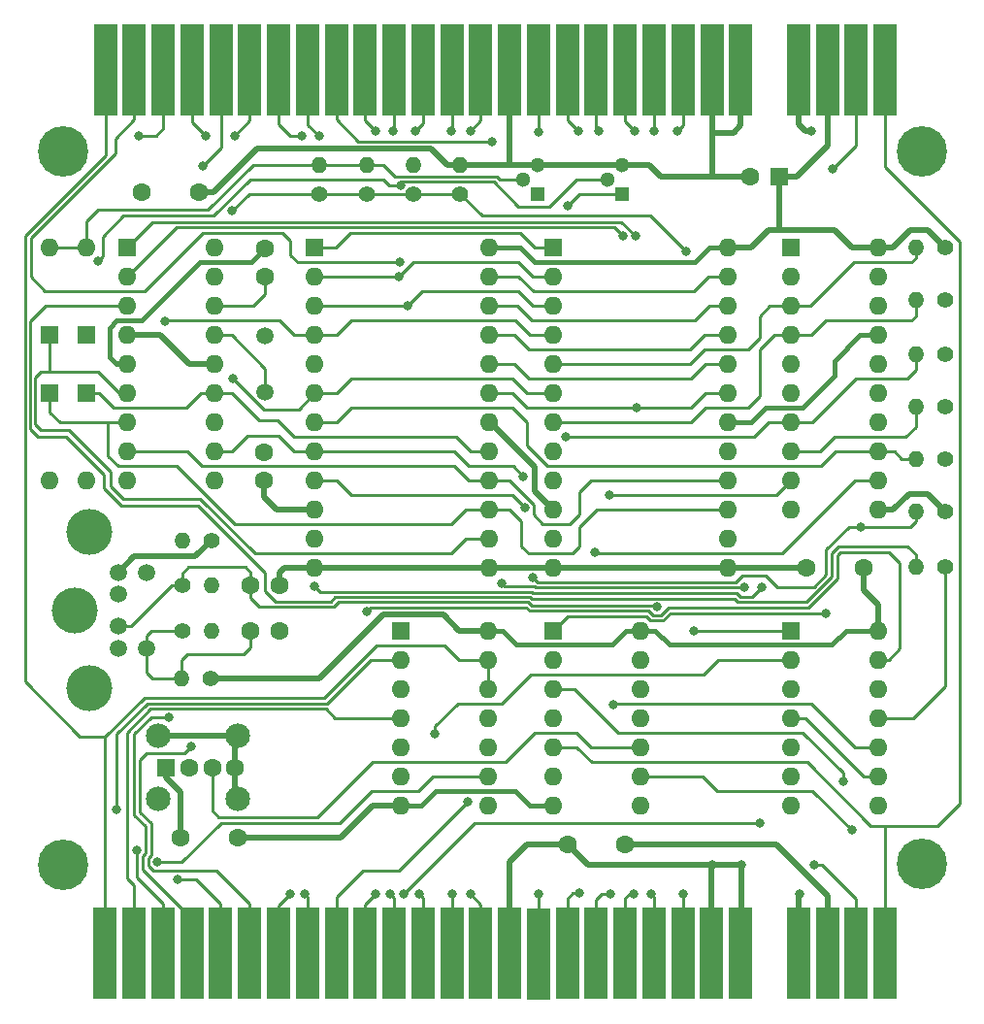
<source format=gbl>
G04 #@! TF.GenerationSoftware,KiCad,Pcbnew,(5.1.6)-1*
G04 #@! TF.CreationDate,2021-02-12T18:18:09+01:00*
G04 #@! TF.ProjectId,keyface-external,6b657966-6163-4652-9d65-787465726e61,rev?*
G04 #@! TF.SameCoordinates,Original*
G04 #@! TF.FileFunction,Copper,L2,Bot*
G04 #@! TF.FilePolarity,Positive*
%FSLAX46Y46*%
G04 Gerber Fmt 4.6, Leading zero omitted, Abs format (unit mm)*
G04 Created by KiCad (PCBNEW (5.1.6)-1) date 2021-02-12 18:18:09*
%MOMM*%
%LPD*%
G01*
G04 APERTURE LIST*
G04 #@! TA.AperFunction,ComponentPad*
%ADD10C,4.000000*%
G04 #@! TD*
G04 #@! TA.AperFunction,ComponentPad*
%ADD11C,1.500000*%
G04 #@! TD*
G04 #@! TA.AperFunction,ComponentPad*
%ADD12O,1.600000X1.600000*%
G04 #@! TD*
G04 #@! TA.AperFunction,ComponentPad*
%ADD13R,1.600000X1.600000*%
G04 #@! TD*
G04 #@! TA.AperFunction,ComponentPad*
%ADD14C,0.700000*%
G04 #@! TD*
G04 #@! TA.AperFunction,ComponentPad*
%ADD15C,4.400000*%
G04 #@! TD*
G04 #@! TA.AperFunction,ComponentPad*
%ADD16C,1.600000*%
G04 #@! TD*
G04 #@! TA.AperFunction,ComponentPad*
%ADD17C,1.400000*%
G04 #@! TD*
G04 #@! TA.AperFunction,ComponentPad*
%ADD18O,1.400000X1.400000*%
G04 #@! TD*
G04 #@! TA.AperFunction,ComponentPad*
%ADD19R,1.300000X1.300000*%
G04 #@! TD*
G04 #@! TA.AperFunction,ComponentPad*
%ADD20C,1.300000*%
G04 #@! TD*
G04 #@! TA.AperFunction,SMDPad,CuDef*
%ADD21R,2.000000X8.000000*%
G04 #@! TD*
G04 #@! TA.AperFunction,ComponentPad*
%ADD22C,2.150000*%
G04 #@! TD*
G04 #@! TA.AperFunction,ViaPad*
%ADD23C,0.800000*%
G04 #@! TD*
G04 #@! TA.AperFunction,Conductor*
%ADD24C,0.500000*%
G04 #@! TD*
G04 #@! TA.AperFunction,Conductor*
%ADD25C,0.400000*%
G04 #@! TD*
G04 #@! TA.AperFunction,Conductor*
%ADD26C,0.250000*%
G04 #@! TD*
G04 APERTURE END LIST*
D10*
X105204000Y-92892000D03*
X103896000Y-99692000D03*
X105204000Y-106492000D03*
D11*
X107696000Y-98298000D03*
X110185200Y-96392000D03*
X107696000Y-96392000D03*
X110185200Y-102997000D03*
X107696000Y-102997000D03*
X107696000Y-101092000D03*
D12*
X101727000Y-68072000D03*
D13*
X101727000Y-75692000D03*
D14*
X104036726Y-58523274D03*
X102870000Y-58040000D03*
X101703274Y-58523274D03*
X101220000Y-59690000D03*
X101703274Y-60856726D03*
X102870000Y-61340000D03*
X104036726Y-60856726D03*
X104520000Y-59690000D03*
D15*
X102870000Y-59690000D03*
D14*
X178966726Y-58523274D03*
X177800000Y-58040000D03*
X176633274Y-58523274D03*
X176150000Y-59690000D03*
X176633274Y-60856726D03*
X177800000Y-61340000D03*
X178966726Y-60856726D03*
X179450000Y-59690000D03*
D15*
X177800000Y-59690000D03*
D14*
X178966726Y-120626274D03*
X177800000Y-120143000D03*
X176633274Y-120626274D03*
X176150000Y-121793000D03*
X176633274Y-122959726D03*
X177800000Y-123443000D03*
X178966726Y-122959726D03*
X179450000Y-121793000D03*
D15*
X177800000Y-121793000D03*
D14*
X104036726Y-120753274D03*
X102870000Y-120270000D03*
X101703274Y-120753274D03*
X101220000Y-121920000D03*
X101703274Y-123086726D03*
X102870000Y-123570000D03*
X104036726Y-123086726D03*
X104520000Y-121920000D03*
D15*
X102870000Y-121920000D03*
D13*
X165354000Y-61849000D03*
D16*
X162854000Y-61849000D03*
X121753000Y-97536000D03*
X119253000Y-97536000D03*
X119253000Y-101473000D03*
X121753000Y-101473000D03*
X167720000Y-96012000D03*
X172720000Y-96012000D03*
X109728000Y-63246000D03*
X114728000Y-63246000D03*
X120523000Y-70612000D03*
X120523000Y-68112000D03*
X120396000Y-88392000D03*
X120396000Y-85892000D03*
D13*
X108458000Y-68072000D03*
D12*
X116078000Y-88392000D03*
X108458000Y-70612000D03*
X116078000Y-85852000D03*
X108458000Y-73152000D03*
X116078000Y-83312000D03*
X108458000Y-75692000D03*
X116078000Y-80772000D03*
X108458000Y-78232000D03*
X116078000Y-78232000D03*
X108458000Y-80772000D03*
X116078000Y-75692000D03*
X108458000Y-83312000D03*
X116078000Y-73152000D03*
X108458000Y-85852000D03*
X116078000Y-70612000D03*
X108458000Y-88392000D03*
X116078000Y-68072000D03*
X160909000Y-68072000D03*
X145669000Y-96012000D03*
X160909000Y-70612000D03*
X145669000Y-93472000D03*
X160909000Y-73152000D03*
X145669000Y-90932000D03*
X160909000Y-75692000D03*
X145669000Y-88392000D03*
X160909000Y-78232000D03*
X145669000Y-85852000D03*
X160909000Y-80772000D03*
X145669000Y-83312000D03*
X160909000Y-83312000D03*
X145669000Y-80772000D03*
X160909000Y-85852000D03*
X145669000Y-78232000D03*
X160909000Y-88392000D03*
X145669000Y-75692000D03*
X160909000Y-90932000D03*
X145669000Y-73152000D03*
X160909000Y-93472000D03*
X145669000Y-70612000D03*
X160909000Y-96012000D03*
D13*
X145669000Y-68072000D03*
X124841000Y-68072000D03*
D12*
X140081000Y-96012000D03*
X124841000Y-70612000D03*
X140081000Y-93472000D03*
X124841000Y-73152000D03*
X140081000Y-90932000D03*
X124841000Y-75692000D03*
X140081000Y-88392000D03*
X124841000Y-78232000D03*
X140081000Y-85852000D03*
X124841000Y-80772000D03*
X140081000Y-83312000D03*
X124841000Y-83312000D03*
X140081000Y-80772000D03*
X124841000Y-85852000D03*
X140081000Y-78232000D03*
X124841000Y-88392000D03*
X140081000Y-75692000D03*
X124841000Y-90932000D03*
X140081000Y-73152000D03*
X124841000Y-93472000D03*
X140081000Y-70612000D03*
X124841000Y-96012000D03*
X140081000Y-68072000D03*
D13*
X166388000Y-68107600D03*
D12*
X174008000Y-90967600D03*
X166388000Y-70647600D03*
X174008000Y-88427600D03*
X166388000Y-73187600D03*
X174008000Y-85887600D03*
X166388000Y-75727600D03*
X174008000Y-83347600D03*
X166388000Y-78267600D03*
X174008000Y-80807600D03*
X166388000Y-80807600D03*
X174008000Y-78267600D03*
X166388000Y-83347600D03*
X174008000Y-75727600D03*
X166388000Y-85887600D03*
X174008000Y-73187600D03*
X166388000Y-88427600D03*
X174008000Y-70647600D03*
X166388000Y-90967600D03*
X174008000Y-68107600D03*
D13*
X132334000Y-101473000D03*
D12*
X139954000Y-116713000D03*
X132334000Y-104013000D03*
X139954000Y-114173000D03*
X132334000Y-106553000D03*
X139954000Y-111633000D03*
X132334000Y-109093000D03*
X139954000Y-109093000D03*
X132334000Y-111633000D03*
X139954000Y-106553000D03*
X132334000Y-114173000D03*
X139954000Y-104013000D03*
X132334000Y-116713000D03*
X139954000Y-101473000D03*
X153289000Y-101473000D03*
X145669000Y-116713000D03*
X153289000Y-104013000D03*
X145669000Y-114173000D03*
X153289000Y-106553000D03*
X145669000Y-111633000D03*
X153289000Y-109093000D03*
X145669000Y-109093000D03*
X153289000Y-111633000D03*
X145669000Y-106553000D03*
X153289000Y-114173000D03*
X145669000Y-104013000D03*
X153289000Y-116713000D03*
D13*
X145669000Y-101473000D03*
X166370000Y-101473000D03*
D12*
X173990000Y-116713000D03*
X166370000Y-104013000D03*
X173990000Y-114173000D03*
X166370000Y-106553000D03*
X173990000Y-111633000D03*
X166370000Y-109093000D03*
X173990000Y-109093000D03*
X166370000Y-111633000D03*
X173990000Y-106553000D03*
X166370000Y-114173000D03*
X173990000Y-104013000D03*
X166370000Y-116713000D03*
X173990000Y-101473000D03*
D11*
X120523000Y-80645000D03*
X120523000Y-75765000D03*
D17*
X113284000Y-101473000D03*
D18*
X115824000Y-101473000D03*
X115824000Y-97536000D03*
D17*
X113284000Y-97536000D03*
X179832000Y-95885000D03*
D18*
X177292000Y-95885000D03*
D17*
X125222000Y-63373000D03*
D18*
X125222000Y-60833000D03*
X129413000Y-60833000D03*
D17*
X129413000Y-63373000D03*
D18*
X133477000Y-60833000D03*
D17*
X133477000Y-63373000D03*
X137541000Y-63373000D03*
D18*
X137541000Y-60833000D03*
X177292000Y-68072000D03*
D17*
X179832000Y-68072000D03*
X179832000Y-72644000D03*
D18*
X177292000Y-72644000D03*
X177292000Y-77343000D03*
D17*
X179832000Y-77343000D03*
X179832000Y-81915000D03*
D18*
X177292000Y-81915000D03*
X177292000Y-86487000D03*
D17*
X179832000Y-86487000D03*
X179832000Y-91059000D03*
D18*
X177292000Y-91059000D03*
D17*
X115824000Y-93599000D03*
D18*
X113284000Y-93599000D03*
X113182400Y-105664000D03*
D17*
X115722400Y-105664000D03*
D19*
X144272000Y-63373000D03*
D20*
X144272000Y-60833000D03*
X143002000Y-62103000D03*
X150368000Y-62103000D03*
X151638000Y-60833000D03*
D19*
X151638000Y-63373000D03*
D21*
X174613000Y-52578000D03*
X172093000Y-52578000D03*
X169573000Y-52578000D03*
X167053000Y-52578000D03*
X162013000Y-52578000D03*
X159493000Y-52578000D03*
X156973000Y-52578000D03*
X154453000Y-52578000D03*
X151933000Y-52578000D03*
X149413000Y-52578000D03*
X146893000Y-52578000D03*
X144373000Y-52598000D03*
X141853000Y-52578000D03*
X139333000Y-52578000D03*
X136813000Y-52578000D03*
X134293000Y-52578000D03*
X131773000Y-52578000D03*
X129253000Y-52578000D03*
X126733000Y-52578000D03*
X124213000Y-52578000D03*
X121693000Y-52578000D03*
X119173000Y-52578000D03*
X116653000Y-52578000D03*
X114133000Y-52578000D03*
X111613000Y-52578000D03*
X109093000Y-52578000D03*
X106573000Y-52578000D03*
X174606000Y-129654000D03*
X172086000Y-129654000D03*
X169566000Y-129654000D03*
X167046000Y-129654000D03*
X162006000Y-129654000D03*
X159486000Y-129654000D03*
X156966000Y-129654000D03*
X154446000Y-129654000D03*
X151926000Y-129654000D03*
X149406000Y-129654000D03*
X146886000Y-129654000D03*
X144366000Y-129674000D03*
X141846000Y-129654000D03*
X139326000Y-129654000D03*
X136806000Y-129654000D03*
X134286000Y-129654000D03*
X131766000Y-129654000D03*
X129246000Y-129654000D03*
X126726000Y-129654000D03*
X124206000Y-129654000D03*
X121686000Y-129654000D03*
X119166000Y-129654000D03*
X116646000Y-129654000D03*
X114126000Y-129654000D03*
X111606000Y-129654000D03*
X109086000Y-129654000D03*
X106566000Y-129654000D03*
D16*
X117887000Y-113411000D03*
X115887000Y-113411000D03*
X113887000Y-113411000D03*
D13*
X111887000Y-113411000D03*
D22*
X111157000Y-116131000D03*
X118157000Y-116131000D03*
X118157000Y-110691000D03*
X111157000Y-110691000D03*
D12*
X104902000Y-68072000D03*
D13*
X104902000Y-75692000D03*
X104902000Y-80772000D03*
D12*
X104902000Y-88392000D03*
D13*
X101727000Y-80772000D03*
D12*
X101727000Y-88392000D03*
D16*
X151892000Y-120142000D03*
X146892000Y-120142000D03*
X118157000Y-119507000D03*
X113157000Y-119507000D03*
D23*
X162052000Y-121920000D03*
X159511996Y-121920000D03*
X154686000Y-99404010D03*
X132329400Y-62633900D03*
X105954990Y-69232000D03*
X141124500Y-97342500D03*
X162306000Y-97662998D03*
X152806398Y-67056002D03*
X117729000Y-79502000D03*
X151753410Y-67090262D03*
X143028510Y-88010996D03*
X157231700Y-68414500D03*
X117660400Y-64852900D03*
X111760000Y-74509600D03*
X146726100Y-84582000D03*
X152951400Y-82042000D03*
X132969000Y-73152000D03*
X132206999Y-70612000D03*
X124825700Y-97588400D03*
X163830000Y-97663000D03*
X143207100Y-90790500D03*
X143872400Y-96873500D03*
X172466000Y-92456000D03*
X149301200Y-94691200D03*
X150520400Y-89662000D03*
X107569000Y-117094000D03*
X111080200Y-121677700D03*
X132297011Y-69377000D03*
X170967400Y-114630200D03*
X171704000Y-118872000D03*
X169994600Y-61242800D03*
X169418000Y-99949000D03*
X168452800Y-121920000D03*
X154178000Y-124460004D03*
X154432000Y-57912000D03*
X157937202Y-101498400D03*
X135354389Y-110476900D03*
X149606000Y-57912000D03*
X150622000Y-124433802D03*
X150911854Y-107929400D03*
X132587992Y-124459992D03*
X163703000Y-118237000D03*
X129413000Y-99822000D03*
X140335000Y-58801004D03*
X138193300Y-116378200D03*
X146930815Y-64397189D03*
X168148000Y-57912000D03*
X167132006Y-124460000D03*
X156464000Y-57912000D03*
X156972000Y-124460001D03*
X152781000Y-57911994D03*
X152653998Y-124460000D03*
X147828006Y-57912000D03*
X147929598Y-124409200D03*
X144399900Y-57960900D03*
X144399000Y-124460000D03*
X138430000Y-57912000D03*
X138430000Y-124460004D03*
X136779000Y-57912014D03*
X136804400Y-124485400D03*
X133634900Y-57912004D03*
X133985000Y-124460000D03*
X131440340Y-124455340D03*
X131699000Y-57907800D03*
X130175000Y-124460000D03*
X130175000Y-57911996D03*
X125202790Y-58351600D03*
X123952000Y-124460000D03*
X123698002Y-58292998D03*
X122682000Y-124460006D03*
X114036000Y-111599100D03*
X117856000Y-58293000D03*
X112880700Y-123212296D03*
X115062000Y-60960000D03*
X115316000Y-58293000D03*
X112141000Y-109021400D03*
X109329500Y-120621400D03*
X109474000Y-58293002D03*
D24*
X152663900Y-101473000D02*
X153289000Y-101473000D01*
D25*
X152663900Y-101473000D02*
X152038700Y-101473000D01*
X139954000Y-101473000D02*
X141204300Y-101473000D01*
X152038700Y-101473000D02*
X150788300Y-102723400D01*
X150788300Y-102723400D02*
X142454700Y-102723400D01*
X142454700Y-102723400D02*
X141204300Y-101473000D01*
D24*
X175258300Y-68107600D02*
X174008000Y-68107600D01*
X176817900Y-66548000D02*
X175258300Y-68107600D01*
X179832000Y-68072000D02*
X178308000Y-66548000D01*
X178308000Y-66548000D02*
X176817900Y-66548000D01*
X171739600Y-68107600D02*
X174008000Y-68107600D01*
X170180000Y-66548000D02*
X171739600Y-68107600D01*
X160909000Y-68072000D02*
X162941000Y-68072000D01*
X162941000Y-68072000D02*
X164465000Y-66548000D01*
X165354000Y-61849000D02*
X165354000Y-66548000D01*
X164465000Y-66548000D02*
X165354000Y-66548000D01*
X165354000Y-66548000D02*
X170180000Y-66548000D01*
X165354000Y-61849000D02*
X166878000Y-61849000D01*
X169573000Y-59154000D02*
X169573000Y-52578000D01*
X166878000Y-61849000D02*
X169573000Y-59154000D01*
X113865350Y-78232000D02*
X116078000Y-78232000D01*
X108458000Y-75692000D02*
X111325350Y-75692000D01*
X111325350Y-75692000D02*
X113865350Y-78232000D01*
X176690900Y-89535000D02*
X178308000Y-89535000D01*
X174008000Y-90967600D02*
X175258300Y-90967600D01*
X178308000Y-89535000D02*
X179832000Y-91059000D01*
X175258300Y-90967600D02*
X176690900Y-89535000D01*
X172720000Y-95885000D02*
X172720000Y-97917000D01*
X173990000Y-99187000D02*
X173990000Y-101473000D01*
X172720000Y-97917000D02*
X173990000Y-99187000D01*
D25*
X172928100Y-101473000D02*
X173990000Y-101473000D01*
X153289000Y-101473000D02*
X154539300Y-101473000D01*
X154539300Y-101473000D02*
X155789700Y-102723400D01*
X155789700Y-102723400D02*
X169945600Y-102723400D01*
X169945600Y-102723400D02*
X171196000Y-101473000D01*
X171196000Y-101473000D02*
X172928100Y-101473000D01*
D24*
X169566000Y-124608000D02*
X169566000Y-129654000D01*
X151892000Y-120142000D02*
X165100000Y-120142000D01*
X165100000Y-120142000D02*
X169566000Y-124608000D01*
X114427000Y-94996000D02*
X115824000Y-93599000D01*
X107696000Y-96392000D02*
X109092000Y-94996000D01*
X109092000Y-94996000D02*
X114427000Y-94996000D01*
X111887000Y-114300000D02*
X111887000Y-113411000D01*
X113157000Y-119507000D02*
X113157000Y-115570000D01*
X113157000Y-115570000D02*
X111887000Y-114300000D01*
D25*
X142748000Y-68072000D02*
X140081000Y-68072000D01*
X143998400Y-69322400D02*
X142748000Y-68072000D01*
X158033000Y-69322400D02*
X143998400Y-69322400D01*
X160909000Y-68072000D02*
X159283400Y-68072000D01*
X159283400Y-68072000D02*
X158033000Y-69322400D01*
D24*
X137464800Y-101473000D02*
X139954000Y-101473000D01*
X136067800Y-100076000D02*
X137464800Y-101473000D01*
X130843400Y-100076000D02*
X136067800Y-100076000D01*
X115951000Y-105664000D02*
X125255400Y-105664000D01*
X125255400Y-105664000D02*
X130843400Y-100076000D01*
X159658700Y-96012000D02*
X146919300Y-96012000D01*
X145669000Y-96012000D02*
X146919300Y-96012000D01*
X117887000Y-110961000D02*
X117617000Y-110691000D01*
X117617000Y-110691000D02*
X111157000Y-110691000D01*
X140081000Y-96012000D02*
X145669000Y-96012000D01*
X160909000Y-96012000D02*
X159658700Y-96012000D01*
X117887000Y-110961000D02*
X118157000Y-110691000D01*
X117887000Y-113411000D02*
X117887000Y-110961000D01*
X138830700Y-96012000D02*
X126091300Y-96012000D01*
X124841000Y-96012000D02*
X126091300Y-96012000D01*
X140081000Y-96012000D02*
X138830700Y-96012000D01*
X159493000Y-61703000D02*
X159639000Y-61849000D01*
X156591000Y-61849000D02*
X159639000Y-61849000D01*
X159639000Y-61849000D02*
X162854000Y-61849000D01*
X159493000Y-58058000D02*
X161398000Y-58058000D01*
X159493000Y-58058000D02*
X159493000Y-61703000D01*
X159493000Y-52578000D02*
X159493000Y-58058000D01*
X162013000Y-57443000D02*
X162013000Y-52578000D01*
X161398000Y-58058000D02*
X162013000Y-57443000D01*
X136390700Y-60833000D02*
X137541000Y-60833000D01*
X119861800Y-59436000D02*
X134993700Y-59436000D01*
X114728000Y-63246000D02*
X116051800Y-63246000D01*
X134993700Y-59436000D02*
X136390700Y-60833000D01*
X116051800Y-63246000D02*
X119861800Y-59436000D01*
X137541000Y-60833000D02*
X140335000Y-60833000D01*
X141853000Y-52578000D02*
X141853000Y-60827000D01*
X141853000Y-60827000D02*
X141859000Y-60833000D01*
X140335000Y-60833000D02*
X141859000Y-60833000D01*
X141859000Y-60833000D02*
X144272000Y-60833000D01*
X144272000Y-60833000D02*
X151638000Y-60833000D01*
X151638000Y-60833000D02*
X154051000Y-60833000D01*
X155067000Y-61849000D02*
X156591000Y-61849000D01*
X154051000Y-60833000D02*
X155067000Y-61849000D01*
D25*
X120523000Y-68112000D02*
X119293000Y-69342000D01*
X106934000Y-77597000D02*
X107569000Y-78232000D01*
X106934000Y-75057000D02*
X106934000Y-77597000D01*
X114808000Y-69342000D02*
X109728000Y-74422000D01*
X119293000Y-69342000D02*
X114808000Y-69342000D01*
X109728000Y-74422000D02*
X107569000Y-74422000D01*
D24*
X107569000Y-78232000D02*
X108458000Y-78232000D01*
D25*
X107569000Y-74422000D02*
X106934000Y-75057000D01*
D24*
X120396000Y-89789000D02*
X120396000Y-88392000D01*
X124841000Y-90932000D02*
X121539000Y-90932000D01*
X121539000Y-90932000D02*
X120396000Y-89789000D01*
X140107100Y-83312000D02*
X140081000Y-83312000D01*
X144018000Y-87222900D02*
X140107100Y-83312000D01*
X145669000Y-90932000D02*
X144018000Y-89281000D01*
X144018000Y-89281000D02*
X144018000Y-87222900D01*
X160909000Y-96012000D02*
X167720000Y-96012000D01*
X162052000Y-129608000D02*
X162006000Y-129654000D01*
X162052000Y-121920000D02*
X162052000Y-129608000D01*
X146892000Y-120142000D02*
X148670000Y-121920000D01*
X162052000Y-121920000D02*
X159511996Y-121920000D01*
X148670000Y-121920000D02*
X159511996Y-121920000D01*
X159486000Y-121945996D02*
X159511996Y-121920000D01*
X159486000Y-129654000D02*
X159486000Y-121945996D01*
X141846000Y-121679000D02*
X141846000Y-129654000D01*
X146892000Y-120142000D02*
X143383000Y-120142000D01*
X143383000Y-120142000D02*
X141846000Y-121679000D01*
X145043900Y-116713000D02*
X145669000Y-116713000D01*
D25*
X134112000Y-116713000D02*
X135382000Y-115443000D01*
X132334000Y-116713000D02*
X134112000Y-116713000D01*
X143583350Y-116713000D02*
X145043900Y-116713000D01*
X135382000Y-115443000D02*
X142313350Y-115443000D01*
X142313350Y-115443000D02*
X143583350Y-116713000D01*
D24*
X118157000Y-119507000D02*
X127127000Y-119507000D01*
X129921000Y-116713000D02*
X132334000Y-116713000D01*
X127127000Y-119507000D02*
X129921000Y-116713000D01*
X122174000Y-96012000D02*
X124841000Y-96012000D01*
X121753000Y-97536000D02*
X121753000Y-96433000D01*
X121753000Y-96433000D02*
X122174000Y-96012000D01*
X117887000Y-115861000D02*
X118157000Y-116131000D01*
X117887000Y-113411000D02*
X117887000Y-115861000D01*
D25*
X172430400Y-75727600D02*
X174008000Y-75727600D01*
X170180000Y-77978000D02*
X172430400Y-75727600D01*
X162941000Y-83312000D02*
X164191300Y-82061700D01*
X170180000Y-79248000D02*
X170180000Y-77978000D01*
X160909000Y-83312000D02*
X162941000Y-83312000D01*
X164191300Y-82061700D02*
X167366300Y-82061700D01*
X167366300Y-82061700D02*
X170180000Y-79248000D01*
D26*
X154595990Y-99314000D02*
X154686000Y-99404010D01*
X143767256Y-99314000D02*
X154595990Y-99314000D01*
X143444245Y-98990989D02*
X143767256Y-99314000D01*
X119253000Y-97536000D02*
X119253000Y-98653600D01*
X119982411Y-99383011D02*
X126549989Y-99383011D01*
X119253000Y-98653600D02*
X119982411Y-99383011D01*
X126549989Y-99383011D02*
X126942011Y-98990989D01*
X126942011Y-98990989D02*
X143444245Y-98990989D01*
X119253000Y-96443800D02*
X119253000Y-97536000D01*
X118770400Y-95961200D02*
X119253000Y-96443800D01*
X113284000Y-97536000D02*
X113284000Y-96494600D01*
X113817400Y-95961200D02*
X118770400Y-95961200D01*
X113284000Y-96494600D02*
X113817400Y-95961200D01*
X112344200Y-97536000D02*
X113284000Y-97536000D01*
X107696000Y-101092000D02*
X108788200Y-101092000D01*
X108788200Y-101092000D02*
X112344200Y-97536000D01*
X110185200Y-102997000D02*
X110185200Y-101904800D01*
X110617000Y-101473000D02*
X113284000Y-101473000D01*
X110185200Y-101904800D02*
X110617000Y-101473000D01*
X148971000Y-111633000D02*
X153289000Y-111633000D01*
X147701000Y-110363000D02*
X148971000Y-111633000D01*
X144066200Y-110363000D02*
X147701000Y-110363000D01*
X141526200Y-112903000D02*
X144066200Y-110363000D01*
X115887000Y-117157000D02*
X116459000Y-117729000D01*
X129921000Y-112903000D02*
X141526200Y-112903000D01*
X116459000Y-117729000D02*
X125095000Y-117729000D01*
X115887000Y-113411000D02*
X115887000Y-117157000D01*
X125095000Y-117729000D02*
X129921000Y-112903000D01*
X113182400Y-105664000D02*
X113182400Y-104063800D01*
X113182400Y-104063800D02*
X113690400Y-103555800D01*
X113690400Y-103555800D02*
X118668800Y-103555800D01*
X119253000Y-102971600D02*
X119253000Y-101473000D01*
X118668800Y-103555800D02*
X119253000Y-102971600D01*
X110693200Y-105664000D02*
X113182400Y-105664000D01*
X110185200Y-102997000D02*
X110185200Y-105156000D01*
X110185200Y-105156000D02*
X110693200Y-105664000D01*
X120523000Y-72136000D02*
X120523000Y-70612000D01*
X116078000Y-73152000D02*
X119507000Y-73152000D01*
X119507000Y-73152000D02*
X120523000Y-72136000D01*
X117602000Y-75692000D02*
X116078000Y-75692000D01*
X120523000Y-80645000D02*
X120523000Y-78613000D01*
X120523000Y-78613000D02*
X117602000Y-75692000D01*
X129413000Y-60833000D02*
X125222000Y-60833000D01*
X104902000Y-68072000D02*
X101727000Y-68072000D01*
X143002000Y-61849000D02*
X142956100Y-61894900D01*
X105918000Y-64770000D02*
X104902000Y-65786000D01*
X115534600Y-64770000D02*
X105918000Y-64770000D01*
X125222000Y-60833000D02*
X119471600Y-60833000D01*
X104902000Y-65786000D02*
X104902000Y-68072000D01*
X119471600Y-60833000D02*
X115534600Y-64770000D01*
X140761900Y-61894900D02*
X140970000Y-62103000D01*
X131871900Y-61894900D02*
X140761900Y-61894900D01*
X129413000Y-60833000D02*
X130810000Y-60833000D01*
X140970000Y-62103000D02*
X143002000Y-62103000D01*
X130810000Y-60833000D02*
X131871900Y-61894900D01*
X114952700Y-80772000D02*
X116078000Y-80772000D01*
X107297300Y-82042000D02*
X113682700Y-82042000D01*
X104902000Y-80772000D02*
X106027300Y-80772000D01*
X113682700Y-82042000D02*
X114952700Y-80772000D01*
X106027300Y-80772000D02*
X107297300Y-82042000D01*
X117602000Y-80772000D02*
X116078000Y-80772000D01*
X119990300Y-83160300D02*
X117602000Y-80772000D01*
X138430000Y-85852000D02*
X137160000Y-84582000D01*
X137160000Y-84582000D02*
X123063000Y-84582000D01*
X121641300Y-83160300D02*
X119990300Y-83160300D01*
X140081000Y-85852000D02*
X138430000Y-85852000D01*
X123063000Y-84582000D02*
X121641300Y-83160300D01*
X147701000Y-62103000D02*
X150368000Y-62103000D01*
X132329400Y-62345300D02*
X140450300Y-62345300D01*
X145288000Y-64516000D02*
X147701000Y-62103000D01*
X132329400Y-62633900D02*
X132329400Y-62345300D01*
X142621000Y-64516000D02*
X145288000Y-64516000D01*
X140450300Y-62345300D02*
X142621000Y-64516000D01*
X106354989Y-68832001D02*
X105954990Y-69232000D01*
X131340900Y-62633900D02*
X130810000Y-62103000D01*
X115992400Y-65314300D02*
X108167700Y-65314300D01*
X132329400Y-62633900D02*
X131340900Y-62633900D01*
X119203700Y-62103000D02*
X115992400Y-65314300D01*
X106354989Y-67127011D02*
X106354989Y-68832001D01*
X108167700Y-65314300D02*
X106354989Y-67127011D01*
X130810000Y-62103000D02*
X119203700Y-62103000D01*
X107823000Y-80772000D02*
X108458000Y-80772000D01*
X100457000Y-79375000D02*
X100965000Y-78867000D01*
X105918000Y-78867000D02*
X107823000Y-80772000D01*
X101727000Y-75692000D02*
X101727000Y-78867000D01*
X100965000Y-78867000D02*
X101727000Y-78867000D01*
X101727000Y-78867000D02*
X105918000Y-78867000D01*
X100457000Y-81994500D02*
X100457000Y-81915000D01*
X100457000Y-81915000D02*
X100457000Y-79375000D01*
X141124500Y-97342500D02*
X141422956Y-97640956D01*
X141422956Y-97640956D02*
X144003445Y-97640956D01*
X162236987Y-97732011D02*
X162306000Y-97662998D01*
X144094500Y-97732011D02*
X162236987Y-97732011D01*
X144003445Y-97640956D02*
X144094500Y-97732011D01*
X136779000Y-94742000D02*
X138049000Y-93472000D01*
X108137100Y-89976100D02*
X114868100Y-89976100D01*
X114868100Y-89976100D02*
X119634000Y-94742000D01*
X107061000Y-88900000D02*
X108137100Y-89976100D01*
X100457000Y-83439000D02*
X100965000Y-83947000D01*
X138049000Y-93472000D02*
X140081000Y-93472000D01*
X119634000Y-94742000D02*
X136779000Y-94742000D01*
X100965000Y-83947000D02*
X103378000Y-83947000D01*
X100457000Y-81915000D02*
X100457000Y-83439000D01*
X103378000Y-83947000D02*
X107061000Y-87630000D01*
X107061000Y-87630000D02*
X107061000Y-88900000D01*
X101727000Y-80772000D02*
X101727000Y-82423000D01*
X101727000Y-82423000D02*
X102616000Y-83312000D01*
X102616000Y-83312000D02*
X106807000Y-83312000D01*
X106807000Y-83312000D02*
X108458000Y-83312000D01*
X106807000Y-86233000D02*
X107696000Y-87122000D01*
X106807000Y-83312000D02*
X106807000Y-86233000D01*
X112776000Y-87122000D02*
X117856000Y-92202000D01*
X107696000Y-87122000D02*
X112776000Y-87122000D01*
X117856000Y-92202000D02*
X136779000Y-92202000D01*
X138049000Y-90932000D02*
X140081000Y-90932000D01*
X136779000Y-92202000D02*
X138049000Y-90932000D01*
X151257000Y-90932000D02*
X160909000Y-90932000D01*
X151003000Y-90932000D02*
X151257000Y-90932000D01*
X149479000Y-90932000D02*
X151257000Y-90932000D01*
X147955000Y-92456000D02*
X149479000Y-90932000D01*
X147955000Y-94107000D02*
X147955000Y-92456000D01*
X141859000Y-90932000D02*
X142875000Y-91948000D01*
X147320000Y-94742000D02*
X147955000Y-94107000D01*
X142875000Y-91948000D02*
X142875000Y-94107000D01*
X143510000Y-94742000D02*
X147320000Y-94742000D01*
X140081000Y-90932000D02*
X141859000Y-90932000D01*
X142875000Y-94107000D02*
X143510000Y-94742000D01*
X151594385Y-65843989D02*
X152806398Y-67056002D01*
X110686011Y-65843989D02*
X151594385Y-65843989D01*
X108458000Y-68072000D02*
X110686011Y-65843989D01*
X142105100Y-79502000D02*
X143375100Y-80772000D01*
X128016000Y-79502000D02*
X142105100Y-79502000D01*
X143375100Y-80772000D02*
X145669000Y-80772000D01*
X124841000Y-80772000D02*
X126746000Y-80772000D01*
X126746000Y-80772000D02*
X128016000Y-79502000D01*
X120396000Y-82169000D02*
X117729000Y-79502000D01*
X123444000Y-82169000D02*
X120396000Y-82169000D01*
X124841000Y-80772000D02*
X123444000Y-82169000D01*
X150957148Y-66294000D02*
X151753410Y-67090262D01*
X108458000Y-70612000D02*
X112776000Y-66294000D01*
X112776000Y-66294000D02*
X150957148Y-66294000D01*
X124278400Y-85852000D02*
X124841000Y-85852000D01*
X117602000Y-85852000D02*
X118999000Y-84455000D01*
X116078000Y-85852000D02*
X117602000Y-85852000D01*
X121666000Y-84455000D02*
X123063000Y-85852000D01*
X118999000Y-84455000D02*
X121666000Y-84455000D01*
X123063000Y-85852000D02*
X124278400Y-85852000D01*
X124841000Y-85852000D02*
X137052600Y-85852000D01*
X142139514Y-87122000D02*
X143028510Y-88010996D01*
X138322600Y-87122000D02*
X142139514Y-87122000D01*
X137052600Y-85852000D02*
X138322600Y-87122000D01*
X101346000Y-73152000D02*
X108458000Y-73152000D01*
X100006989Y-74491011D02*
X101346000Y-73152000D01*
X143768667Y-98679000D02*
X143630645Y-98540978D01*
X161771599Y-98965012D02*
X161485587Y-98679000D01*
X169926000Y-96775410D02*
X167736398Y-98965012D01*
X143630645Y-98540978D02*
X126630022Y-98540978D01*
X177292000Y-94818200D02*
X176580800Y-94107000D01*
X177292000Y-95885000D02*
X177292000Y-94818200D01*
X100006989Y-83942589D02*
X100006989Y-74491011D01*
X161485587Y-98679000D02*
X143768667Y-98679000D01*
X114696600Y-90566600D02*
X107965600Y-90566600D01*
X103124000Y-84582000D02*
X100646400Y-84582000D01*
X176580800Y-94107000D02*
X170535600Y-94107000D01*
X167736398Y-98965012D02*
X161771599Y-98965012D01*
X170535600Y-94107000D02*
X169926000Y-94716600D01*
X100646400Y-84582000D02*
X100006989Y-83942589D01*
X169926000Y-94716600D02*
X169926000Y-96775410D01*
X126630022Y-98540978D02*
X126238000Y-98933000D01*
X126238000Y-98933000D02*
X121412000Y-98933000D01*
X121412000Y-98933000D02*
X120523000Y-98044000D01*
X120523000Y-98044000D02*
X120523000Y-96393000D01*
X120523000Y-96393000D02*
X114696600Y-90566600D01*
X107965600Y-90566600D02*
X106426000Y-89027000D01*
X106426000Y-89027000D02*
X106426000Y-87884000D01*
X106426000Y-87884000D02*
X103124000Y-84582000D01*
X133477000Y-63373000D02*
X137541000Y-63373000D01*
X125222000Y-63373000D02*
X119140300Y-63373000D01*
X119140300Y-63373000D02*
X117660400Y-64852900D01*
X129413000Y-63373000D02*
X125222000Y-63373000D01*
X133477000Y-63373000D02*
X129413000Y-63373000D01*
X154095200Y-65278000D02*
X156831701Y-68014501D01*
X156831701Y-68014501D02*
X157231700Y-68414500D01*
X137541000Y-63373000D02*
X139446000Y-65278000D01*
X139446000Y-65278000D02*
X154095200Y-65278000D01*
X137033000Y-87122000D02*
X138303000Y-88392000D01*
X138303000Y-88392000D02*
X140081000Y-88392000D01*
X115032300Y-87122000D02*
X137033000Y-87122000D01*
X108458000Y-85852000D02*
X113762300Y-85852000D01*
X113762300Y-85852000D02*
X115032300Y-87122000D01*
X150114000Y-88392000D02*
X160909000Y-88392000D01*
X148971000Y-88392000D02*
X150114000Y-88392000D01*
X147955000Y-89408000D02*
X148971000Y-88392000D01*
X147066000Y-92202000D02*
X147955000Y-91313000D01*
X147955000Y-91313000D02*
X147955000Y-89408000D01*
X141834400Y-88392000D02*
X143932400Y-90490000D01*
X140081000Y-88392000D02*
X141834400Y-88392000D01*
X143932400Y-90490000D02*
X143932400Y-91390000D01*
X144744400Y-92202000D02*
X147066000Y-92202000D01*
X143932400Y-91390000D02*
X144744400Y-92202000D01*
X143637000Y-75692000D02*
X145669000Y-75692000D01*
X128016000Y-74422000D02*
X142367000Y-74422000D01*
X142367000Y-74422000D02*
X143637000Y-75692000D01*
X124841000Y-75692000D02*
X126746000Y-75692000D01*
X126746000Y-75692000D02*
X128016000Y-74422000D01*
X124841000Y-75692000D02*
X123063000Y-75692000D01*
X121793000Y-74422000D02*
X111766300Y-74422000D01*
X123063000Y-75692000D02*
X121793000Y-74422000D01*
X159232600Y-70612000D02*
X160909000Y-70612000D01*
X157937200Y-71907400D02*
X159232600Y-70612000D01*
X140081000Y-70612000D02*
X142621000Y-70612000D01*
X143916400Y-71907400D02*
X157937200Y-71907400D01*
X142621000Y-70612000D02*
X143916400Y-71907400D01*
X157988000Y-74447400D02*
X159283400Y-73152000D01*
X143789400Y-74447400D02*
X157988000Y-74447400D01*
X159283400Y-73152000D02*
X160909000Y-73152000D01*
X140081000Y-73152000D02*
X142494000Y-73152000D01*
X142494000Y-73152000D02*
X143789400Y-74447400D01*
X143510000Y-76962000D02*
X157607000Y-76962000D01*
X158877000Y-75692000D02*
X160909000Y-75692000D01*
X140081000Y-75692000D02*
X142240000Y-75692000D01*
X157607000Y-76962000D02*
X158877000Y-75692000D01*
X142240000Y-75692000D02*
X143510000Y-76962000D01*
X166388000Y-83347600D02*
X166950700Y-83347600D01*
X163195000Y-84582000D02*
X146809700Y-84582000D01*
X146809700Y-84582000D02*
X146726100Y-84665600D01*
X166950700Y-83347600D02*
X164429400Y-83347600D01*
X164429400Y-83347600D02*
X163195000Y-84582000D01*
X168239400Y-83347600D02*
X166950700Y-83347600D01*
X172085000Y-79502000D02*
X168239400Y-83347600D01*
X176530000Y-79502000D02*
X172085000Y-79502000D01*
X177292000Y-77343000D02*
X177292000Y-78740000D01*
X177292000Y-78740000D02*
X176530000Y-79502000D01*
X158949350Y-78232000D02*
X160909000Y-78232000D01*
X157679350Y-79502000D02*
X158949350Y-78232000D01*
X143510000Y-79502000D02*
X157679350Y-79502000D01*
X140081000Y-78232000D02*
X142240000Y-78232000D01*
X142240000Y-78232000D02*
X143510000Y-79502000D01*
X158953200Y-80772000D02*
X160909000Y-80772000D01*
X157683200Y-82042000D02*
X158953200Y-80772000D01*
X153096100Y-82042000D02*
X157683200Y-82042000D01*
X142113000Y-80772000D02*
X143383000Y-82042000D01*
X140081000Y-80772000D02*
X142113000Y-80772000D01*
X152806700Y-82042000D02*
X152951400Y-81897300D01*
X143383000Y-82042000D02*
X152806700Y-82042000D01*
X152951400Y-81897300D02*
X153096100Y-82042000D01*
X168130350Y-75727600D02*
X166388000Y-75727600D01*
X176911000Y-74422000D02*
X169435950Y-74422000D01*
X169435950Y-74422000D02*
X168130350Y-75727600D01*
X177292000Y-72644000D02*
X177292000Y-74041000D01*
X177292000Y-74041000D02*
X176911000Y-74422000D01*
X158927800Y-82042000D02*
X157657800Y-83312000D01*
X164937400Y-75727600D02*
X163703000Y-76962000D01*
X163703000Y-76962000D02*
X163703000Y-81026000D01*
X163703000Y-81026000D02*
X162687000Y-82042000D01*
X157657800Y-83312000D02*
X145669000Y-83312000D01*
X166388000Y-75727600D02*
X164937400Y-75727600D01*
X162687000Y-82042000D02*
X158927800Y-82042000D01*
X164556400Y-73187600D02*
X166388000Y-73187600D01*
X163703000Y-74041000D02*
X164556400Y-73187600D01*
X157607000Y-78232000D02*
X158877000Y-76962000D01*
X145669000Y-78232000D02*
X157607000Y-78232000D01*
X158877000Y-76962000D02*
X162687000Y-76962000D01*
X162687000Y-76962000D02*
X163703000Y-75946000D01*
X163703000Y-75946000D02*
X163703000Y-74041000D01*
X171922400Y-69377600D02*
X168112400Y-73187600D01*
X176875400Y-69377600D02*
X171922400Y-69377600D01*
X177292000Y-68072000D02*
X177292000Y-68961000D01*
X168112400Y-73187600D02*
X166388000Y-73187600D01*
X177292000Y-68961000D02*
X176875400Y-69377600D01*
X124841000Y-73152000D02*
X132969000Y-73152000D01*
X142621000Y-71882000D02*
X134239000Y-71882000D01*
X145669000Y-73152000D02*
X143891000Y-73152000D01*
X143891000Y-73152000D02*
X142621000Y-71882000D01*
X134239000Y-71882000D02*
X132969000Y-73152000D01*
X124841000Y-70612000D02*
X132206999Y-70612000D01*
X145669000Y-70612000D02*
X143891000Y-70612000D01*
X133476999Y-69342000D02*
X132206999Y-70612000D01*
X142621000Y-69342000D02*
X133476999Y-69342000D01*
X143891000Y-70612000D02*
X142621000Y-69342000D01*
X127943650Y-66802000D02*
X126673650Y-68072000D01*
X145669000Y-68072000D02*
X144018000Y-68072000D01*
X126673650Y-68072000D02*
X124841000Y-68072000D01*
X142748000Y-66802000D02*
X127943650Y-66802000D01*
X144018000Y-68072000D02*
X142748000Y-66802000D01*
X162977999Y-98515001D02*
X163830000Y-97663000D01*
X161957999Y-98515001D02*
X162977999Y-98515001D01*
X124825700Y-97588400D02*
X125328267Y-98090967D01*
X143817045Y-98090967D02*
X143908100Y-98182022D01*
X125328267Y-98090967D02*
X143817045Y-98090967D01*
X143908100Y-98182022D02*
X161625020Y-98182022D01*
X161625020Y-98182022D02*
X161957999Y-98515001D01*
X168925200Y-85887600D02*
X166388000Y-85887600D01*
X176403000Y-84582000D02*
X170230800Y-84582000D01*
X177292000Y-81915000D02*
X177292000Y-83693000D01*
X170230800Y-84582000D02*
X168925200Y-85887600D01*
X177292000Y-83693000D02*
X176403000Y-84582000D01*
X126746000Y-83312000D02*
X124841000Y-83312000D01*
X128016000Y-82042000D02*
X126746000Y-83312000D01*
X142113000Y-82042000D02*
X128016000Y-82042000D01*
X143383000Y-83312000D02*
X142113000Y-82042000D01*
X174008000Y-85887600D02*
X170271400Y-85887600D01*
X170271400Y-85887600D02*
X169037000Y-87122000D01*
X145161000Y-87122000D02*
X143383000Y-85344000D01*
X169037000Y-87122000D02*
X145161000Y-87122000D01*
X143383000Y-85344000D02*
X143383000Y-83312000D01*
X177292000Y-86487000D02*
X176017050Y-86487000D01*
X175417650Y-85887600D02*
X174008000Y-85887600D01*
X176017050Y-86487000D02*
X175417650Y-85887600D01*
X176784000Y-92456000D02*
X172466000Y-92456000D01*
X177292000Y-91059000D02*
X177292000Y-91948000D01*
X177292000Y-91948000D02*
X176784000Y-92456000D01*
X169475989Y-94430011D02*
X171450000Y-92456000D01*
X169475989Y-96589011D02*
X169475989Y-94430011D01*
X171450000Y-92456000D02*
X172466000Y-92456000D01*
X168402000Y-97663000D02*
X169475989Y-96589011D01*
X144280900Y-97282000D02*
X161544000Y-97282000D01*
X161544000Y-97282000D02*
X162172900Y-96653100D01*
X143872400Y-96873500D02*
X144280900Y-97282000D01*
X162172900Y-96653100D02*
X164220000Y-96653100D01*
X165229900Y-97663000D02*
X168402000Y-97663000D01*
X164220000Y-96653100D02*
X165229900Y-97663000D01*
X128016000Y-89662000D02*
X126746000Y-88392000D01*
X143207100Y-90790500D02*
X142078600Y-89662000D01*
X126746000Y-88392000D02*
X124841000Y-88392000D01*
X142078600Y-89662000D02*
X128016000Y-89662000D01*
X165658800Y-94742000D02*
X149361200Y-94742000D01*
X174008000Y-88427600D02*
X171973200Y-88427600D01*
X171973200Y-88427600D02*
X165658800Y-94742000D01*
X165153600Y-89662000D02*
X150520400Y-89662000D01*
X166388000Y-88427600D02*
X165153600Y-89662000D01*
X107569000Y-110490000D02*
X107569000Y-117094000D01*
X110236000Y-107823000D02*
X107569000Y-110490000D01*
X125907800Y-107823000D02*
X110236000Y-107823000D01*
X132334000Y-104013000D02*
X129717800Y-104013000D01*
X129717800Y-104013000D02*
X125907800Y-107823000D01*
X135128000Y-114173000D02*
X139954000Y-114173000D01*
X133858000Y-115443000D02*
X135128000Y-114173000D01*
X113208800Y-121677700D02*
X116649500Y-118237000D01*
X127056700Y-118237000D02*
X129850700Y-115443000D01*
X111080200Y-121677700D02*
X113208800Y-121677700D01*
X129850700Y-115443000D02*
X133858000Y-115443000D01*
X116649500Y-118237000D02*
X127056700Y-118237000D01*
X122682000Y-68707000D02*
X123352000Y-69377000D01*
X100076000Y-67184410D02*
X100076000Y-70637400D01*
X107442000Y-58554300D02*
X107442000Y-59818410D01*
X101320600Y-71882000D02*
X110014400Y-71882000D01*
X122682000Y-67437000D02*
X122682000Y-68707000D01*
X109093000Y-52578000D02*
X109093000Y-56903300D01*
X122047000Y-66802000D02*
X122682000Y-67437000D01*
X107442000Y-59818410D02*
X100076000Y-67184410D01*
X109093000Y-56903300D02*
X107442000Y-58554300D01*
X100076000Y-70637400D02*
X101320600Y-71882000D01*
X110014400Y-71882000D02*
X115094400Y-66802000D01*
X123352000Y-69377000D02*
X132297011Y-69377000D01*
X115094400Y-66802000D02*
X122047000Y-66802000D01*
X109086000Y-123691000D02*
X109086000Y-129654000D01*
X126619000Y-109093000D02*
X125819001Y-108293001D01*
X132334000Y-109093000D02*
X126619000Y-109093000D01*
X108458000Y-123063000D02*
X109086000Y-123691000D01*
X125819001Y-108293001D02*
X110527999Y-108293001D01*
X108458000Y-110363000D02*
X108458000Y-123063000D01*
X110527999Y-108293001D02*
X108458000Y-110363000D01*
X139954000Y-104013000D02*
X139954000Y-106553000D01*
X106566000Y-110712900D02*
X106566000Y-125328700D01*
X106566000Y-125328700D02*
X106566000Y-129654000D01*
X104362900Y-110712900D02*
X106566000Y-110712900D01*
X99556978Y-105906978D02*
X104362900Y-110712900D01*
X99556978Y-67067022D02*
X99556978Y-105906978D01*
X106573000Y-52578000D02*
X106573000Y-60051000D01*
X106573000Y-60051000D02*
X99556978Y-67067022D01*
X109963900Y-107315000D02*
X106566000Y-110712900D01*
X137464800Y-104013000D02*
X136194800Y-102743000D01*
X139954000Y-104013000D02*
X137464800Y-104013000D01*
X136194800Y-102743000D02*
X130276600Y-102743000D01*
X130276600Y-102743000D02*
X125704600Y-107315000D01*
X125704600Y-107315000D02*
X109963900Y-107315000D01*
X181102000Y-67564000D02*
X174613000Y-61075000D01*
X179197000Y-118491000D02*
X181102000Y-116586000D01*
X174613000Y-61075000D02*
X174613000Y-52578000D01*
X181102000Y-116586000D02*
X181102000Y-67564000D01*
X174606000Y-118510000D02*
X174625000Y-118491000D01*
X174606000Y-129654000D02*
X174606000Y-118510000D01*
X174625000Y-118491000D02*
X179197000Y-118491000D01*
X173355000Y-118491000D02*
X174625000Y-118491000D01*
X167808900Y-112944900D02*
X173355000Y-118491000D01*
X149012900Y-112944900D02*
X167808900Y-112944900D01*
X145669000Y-111633000D02*
X147701000Y-111633000D01*
X147701000Y-111633000D02*
X149012900Y-112944900D01*
X170967400Y-113893600D02*
X170967400Y-114630200D01*
X151307800Y-110363000D02*
X167436800Y-110363000D01*
X167436800Y-110363000D02*
X170967400Y-113893600D01*
X145669000Y-106553000D02*
X147497800Y-106553000D01*
X147497800Y-106553000D02*
X151307800Y-110363000D01*
X168275000Y-115443000D02*
X171704000Y-118872000D01*
X159994600Y-115443000D02*
X168275000Y-115443000D01*
X153289000Y-114173000D02*
X158724600Y-114173000D01*
X158724600Y-114173000D02*
X159994600Y-115443000D01*
X169994600Y-61242800D02*
X172093000Y-59144400D01*
X172093000Y-59144400D02*
X172093000Y-52578000D01*
X172086000Y-129654000D02*
X172086000Y-124899003D01*
X169106997Y-121920000D02*
X168378602Y-121920000D01*
X172086000Y-124899003D02*
X169106997Y-121920000D01*
X145669000Y-101473000D02*
X146927978Y-100214022D01*
X155850425Y-99949000D02*
X169164000Y-99949000D01*
X153786598Y-100214022D02*
X154151598Y-100579023D01*
X155220402Y-100579023D02*
X155850425Y-99949000D01*
X154151598Y-100579023D02*
X155220402Y-100579023D01*
X146927978Y-100214022D02*
X153786598Y-100214022D01*
X154446000Y-124728004D02*
X154178000Y-124460004D01*
X154446000Y-129654000D02*
X154446000Y-124728004D01*
X154453000Y-52578000D02*
X154453000Y-57891000D01*
X154453000Y-57891000D02*
X154432000Y-57912000D01*
X166370000Y-101473000D02*
X157962602Y-101473000D01*
X157962602Y-101473000D02*
X157937202Y-101498400D01*
X137337800Y-107823000D02*
X135354389Y-109806411D01*
X141169200Y-107823000D02*
X137337800Y-107823000D01*
X166370000Y-104013000D02*
X160020000Y-104013000D01*
X160020000Y-104013000D02*
X158750000Y-105283000D01*
X158750000Y-105283000D02*
X143709200Y-105283000D01*
X135354389Y-109806411D02*
X135354389Y-110476900D01*
X143709200Y-105283000D02*
X141169200Y-107823000D01*
X167640000Y-109093000D02*
X166370000Y-109093000D01*
X173990000Y-114173000D02*
X172720000Y-114173000D01*
X172720000Y-114173000D02*
X167640000Y-109093000D01*
X149413000Y-52578000D02*
X149413000Y-57719000D01*
X149413000Y-57719000D02*
X149606000Y-57912000D01*
X149911598Y-124433802D02*
X150757500Y-124433802D01*
X149406000Y-129654000D02*
X149406000Y-124939400D01*
X149406000Y-124939400D02*
X149911598Y-124433802D01*
X150992854Y-107848400D02*
X150911854Y-107929400D01*
X173990000Y-111633000D02*
X171958000Y-111633000D01*
X168173400Y-107848400D02*
X150992854Y-107848400D01*
X171958000Y-111633000D02*
X168173400Y-107848400D01*
X177038000Y-109093000D02*
X173990000Y-109093000D01*
X179832000Y-95885000D02*
X179832000Y-106299000D01*
X179832000Y-106299000D02*
X177038000Y-109093000D01*
X132587992Y-124459992D02*
X138810984Y-118237000D01*
X138810984Y-118237000D02*
X163703000Y-118237000D01*
X143580856Y-99764011D02*
X143310945Y-99494100D01*
X174904400Y-94615000D02*
X170738800Y-94615000D01*
X129740900Y-99494100D02*
X129413000Y-99822000D01*
X175895000Y-95605600D02*
X174904400Y-94615000D01*
X170434000Y-94919800D02*
X170434000Y-96903820D01*
X155722014Y-99441000D02*
X155034002Y-100129012D01*
X173990000Y-104013000D02*
X174904400Y-104013000D01*
X174904400Y-104013000D02*
X175895000Y-103022400D01*
X175895000Y-103022400D02*
X175895000Y-95605600D01*
X170434000Y-96903820D02*
X167896820Y-99441000D01*
X143310945Y-99494100D02*
X129740900Y-99494100D01*
X154337998Y-100129012D02*
X153972997Y-99764011D01*
X155034002Y-100129012D02*
X154337998Y-100129012D01*
X153972997Y-99764011D02*
X143580856Y-99764011D01*
X170738800Y-94615000D02*
X170434000Y-94919800D01*
X167896820Y-99441000D02*
X155722014Y-99441000D01*
X126733000Y-56903300D02*
X128630704Y-58801004D01*
X126733000Y-52578000D02*
X126733000Y-56903300D01*
X128630704Y-58801004D02*
X140335000Y-58801004D01*
X132143500Y-122428000D02*
X138193300Y-116378200D01*
X129032000Y-122428000D02*
X132143500Y-122428000D01*
X126726000Y-129654000D02*
X126726000Y-124734000D01*
X126726000Y-124734000D02*
X129032000Y-122428000D01*
X147955004Y-63373000D02*
X146930815Y-64397189D01*
X151638000Y-63373000D02*
X147955004Y-63373000D01*
D24*
X167053000Y-52578000D02*
X167053000Y-57325000D01*
X167640000Y-57912000D02*
X168148000Y-57912000D01*
X167053000Y-57325000D02*
X167640000Y-57912000D01*
X167046000Y-129654000D02*
X167046000Y-124546006D01*
X167046000Y-124546006D02*
X167132006Y-124460000D01*
D26*
X156973000Y-57403000D02*
X156464000Y-57912000D01*
X156973000Y-52578000D02*
X156973000Y-57403000D01*
X156966000Y-124466001D02*
X156972000Y-124460001D01*
X156966000Y-129654000D02*
X156966000Y-124466001D01*
X151933000Y-52578000D02*
X151933000Y-57063994D01*
X151933000Y-57063994D02*
X152781000Y-57911994D01*
X152298400Y-124460000D02*
X152653998Y-124460000D01*
X151926000Y-129654000D02*
X151926000Y-124832400D01*
X151926000Y-124832400D02*
X152298400Y-124460000D01*
X146893000Y-52578000D02*
X146893000Y-56976994D01*
X146893000Y-56976994D02*
X147828006Y-57912000D01*
X147320000Y-124409200D02*
X147929598Y-124409200D01*
X146886000Y-129654000D02*
X146886000Y-124843200D01*
X146886000Y-124843200D02*
X147320000Y-124409200D01*
X144373000Y-52598000D02*
X144373000Y-57934000D01*
X144373000Y-57934000D02*
X144399900Y-57960900D01*
X144366000Y-124493000D02*
X144399000Y-124460000D01*
X144366000Y-129674000D02*
X144366000Y-124493000D01*
X139333000Y-52578000D02*
X139333000Y-57009000D01*
X139333000Y-57009000D02*
X138430000Y-57912000D01*
X139326000Y-129654000D02*
X139326000Y-125356004D01*
X139326000Y-125356004D02*
X138430000Y-124460004D01*
X136813000Y-52578000D02*
X136813000Y-57878014D01*
X136813000Y-57878014D02*
X136779000Y-57912014D01*
X136806000Y-124487000D02*
X136804400Y-124485400D01*
X136806000Y-129654000D02*
X136806000Y-124487000D01*
X134293000Y-52578000D02*
X134293000Y-57253904D01*
X134293000Y-57253904D02*
X133634900Y-57912004D01*
X134286000Y-124761000D02*
X133985000Y-124460000D01*
X134286000Y-129654000D02*
X134286000Y-124761000D01*
X131766000Y-129654000D02*
X131766000Y-124781000D01*
X131766000Y-124781000D02*
X131440340Y-124455340D01*
X131773000Y-52578000D02*
X131773000Y-57833800D01*
X131773000Y-57833800D02*
X131699000Y-57907800D01*
X129246000Y-125389000D02*
X130175000Y-124460000D01*
X129246000Y-129654000D02*
X129246000Y-125389000D01*
X129253000Y-52578000D02*
X129253000Y-56989996D01*
X129253000Y-56989996D02*
X130175000Y-57911996D01*
X124213000Y-52578000D02*
X124213000Y-57361810D01*
X124213000Y-57361810D02*
X125202790Y-58351600D01*
X124206000Y-124714000D02*
X123952000Y-124460000D01*
X124206000Y-129654000D02*
X124206000Y-124714000D01*
X121693000Y-52578000D02*
X121693000Y-57304000D01*
X122681998Y-58292998D02*
X123698002Y-58292998D01*
X121693000Y-57304000D02*
X122681998Y-58292998D01*
X121686000Y-129654000D02*
X121686000Y-125456006D01*
X121686000Y-125456006D02*
X122682000Y-124460006D01*
X119173000Y-56976000D02*
X117856000Y-58293000D01*
X119173000Y-52578000D02*
X119173000Y-56976000D01*
X113468700Y-112166400D02*
X114036000Y-111599100D01*
X119166000Y-129654000D02*
X119166000Y-125328700D01*
X110799400Y-122428000D02*
X110337100Y-121965700D01*
X116265300Y-122428000D02*
X110799400Y-122428000D01*
X110557800Y-121067900D02*
X110557800Y-118304800D01*
X110337100Y-121288600D02*
X110557800Y-121067900D01*
X109601000Y-112776000D02*
X110210600Y-112166400D01*
X119166000Y-125328700D02*
X116265300Y-122428000D01*
X110210600Y-112166400D02*
X113468700Y-112166400D01*
X110557800Y-118304800D02*
X109601000Y-117348000D01*
X110337100Y-121965700D02*
X110337100Y-121288600D01*
X109601000Y-117348000D02*
X109601000Y-112776000D01*
X114529596Y-123212296D02*
X112880700Y-123212296D01*
X116646000Y-125328700D02*
X114529596Y-123212296D01*
X116646000Y-129654000D02*
X116646000Y-125328700D01*
X116653000Y-59369000D02*
X115062000Y-60960000D01*
X116653000Y-52578000D02*
X116653000Y-59369000D01*
X114133000Y-52578000D02*
X114133000Y-57110000D01*
X114133000Y-57110000D02*
X115316000Y-58293000D01*
X110057100Y-118566100D02*
X109093000Y-117602000D01*
X109093000Y-110490000D02*
X110561600Y-109021400D01*
X109854100Y-121134700D02*
X110057100Y-120931700D01*
X109093000Y-117602000D02*
X109093000Y-110490000D01*
X114126000Y-126654000D02*
X109854100Y-122382100D01*
X109854100Y-122382100D02*
X109854100Y-121134700D01*
X110057100Y-120931700D02*
X110057100Y-118566100D01*
X114126000Y-129654000D02*
X114126000Y-126654000D01*
X110561600Y-109021400D02*
X112268000Y-109021400D01*
X111606000Y-125328700D02*
X109329500Y-123052200D01*
X109329500Y-123052200D02*
X109329500Y-120621400D01*
X111606000Y-129654000D02*
X111606000Y-125328700D01*
X110997998Y-58293002D02*
X109474000Y-58293002D01*
X111613000Y-52578000D02*
X111613000Y-57678000D01*
X111613000Y-57678000D02*
X110997998Y-58293002D01*
M02*

</source>
